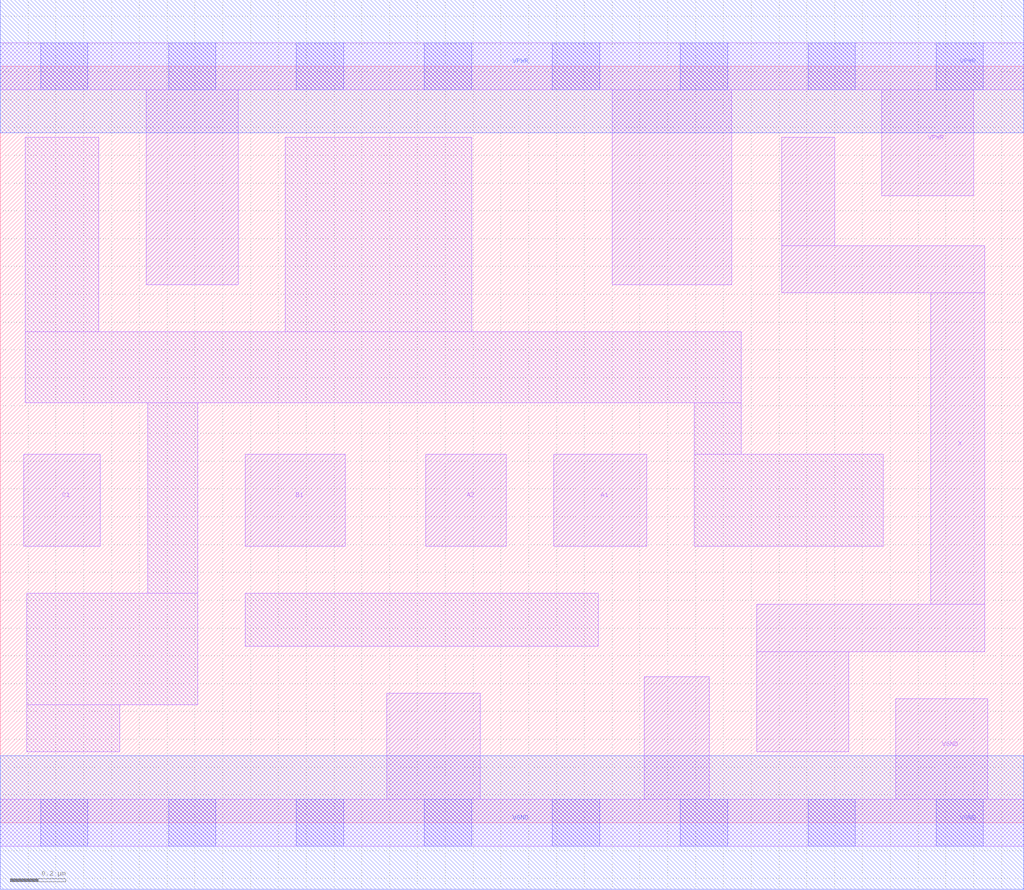
<source format=lef>
# Copyright 2020 The SkyWater PDK Authors
#
# Licensed under the Apache License, Version 2.0 (the "License");
# you may not use this file except in compliance with the License.
# You may obtain a copy of the License at
#
#     https://www.apache.org/licenses/LICENSE-2.0
#
# Unless required by applicable law or agreed to in writing, software
# distributed under the License is distributed on an "AS IS" BASIS,
# WITHOUT WARRANTIES OR CONDITIONS OF ANY KIND, either express or implied.
# See the License for the specific language governing permissions and
# limitations under the License.
#
# SPDX-License-Identifier: Apache-2.0

VERSION 5.7 ;
  NAMESCASESENSITIVE ON ;
  NOWIREEXTENSIONATPIN ON ;
  DIVIDERCHAR "/" ;
  BUSBITCHARS "[]" ;
UNITS
  DATABASE MICRONS 200 ;
END UNITS
MACRO sky130_fd_sc_hd__o211a_2
  CLASS CORE ;
  SOURCE USER ;
  FOREIGN sky130_fd_sc_hd__o211a_2 ;
  ORIGIN  0.000000  0.000000 ;
  SIZE  3.680000 BY  2.720000 ;
  SYMMETRY X Y R90 ;
  SITE unithd ;
  PIN A1
    ANTENNAGATEAREA  0.247500 ;
    DIRECTION INPUT ;
    USE SIGNAL ;
    PORT
      LAYER li1 ;
        RECT 1.990000 0.995000 2.325000 1.325000 ;
    END
  END A1
  PIN A2
    ANTENNAGATEAREA  0.247500 ;
    DIRECTION INPUT ;
    USE SIGNAL ;
    PORT
      LAYER li1 ;
        RECT 1.530000 0.995000 1.820000 1.325000 ;
    END
  END A2
  PIN B1
    ANTENNAGATEAREA  0.247500 ;
    DIRECTION INPUT ;
    USE SIGNAL ;
    PORT
      LAYER li1 ;
        RECT 0.880000 0.995000 1.240000 1.325000 ;
    END
  END B1
  PIN C1
    ANTENNAGATEAREA  0.247500 ;
    DIRECTION INPUT ;
    USE SIGNAL ;
    PORT
      LAYER li1 ;
        RECT 0.085000 0.995000 0.360000 1.325000 ;
    END
  END C1
  PIN X
    ANTENNADIFFAREA  0.462000 ;
    DIRECTION OUTPUT ;
    USE SIGNAL ;
    PORT
      LAYER li1 ;
        RECT 2.720000 0.255000 3.050000 0.615000 ;
        RECT 2.720000 0.615000 3.540000 0.785000 ;
        RECT 2.810000 1.905000 3.540000 2.075000 ;
        RECT 2.810000 2.075000 3.000000 2.465000 ;
        RECT 3.345000 0.785000 3.540000 1.905000 ;
    END
  END X
  PIN VGND
    DIRECTION INOUT ;
    SHAPE ABUTMENT ;
    USE GROUND ;
    PORT
      LAYER li1 ;
        RECT 0.000000 -0.085000 3.680000 0.085000 ;
        RECT 1.390000  0.085000 1.725000 0.465000 ;
        RECT 2.315000  0.085000 2.550000 0.525000 ;
        RECT 3.220000  0.085000 3.550000 0.445000 ;
      LAYER mcon ;
        RECT 0.145000 -0.085000 0.315000 0.085000 ;
        RECT 0.605000 -0.085000 0.775000 0.085000 ;
        RECT 1.065000 -0.085000 1.235000 0.085000 ;
        RECT 1.525000 -0.085000 1.695000 0.085000 ;
        RECT 1.985000 -0.085000 2.155000 0.085000 ;
        RECT 2.445000 -0.085000 2.615000 0.085000 ;
        RECT 2.905000 -0.085000 3.075000 0.085000 ;
        RECT 3.365000 -0.085000 3.535000 0.085000 ;
      LAYER met1 ;
        RECT 0.000000 -0.240000 3.680000 0.240000 ;
    END
  END VGND
  PIN VPWR
    DIRECTION INOUT ;
    SHAPE ABUTMENT ;
    USE POWER ;
    PORT
      LAYER li1 ;
        RECT 0.000000 2.635000 3.680000 2.805000 ;
        RECT 0.525000 1.935000 0.855000 2.635000 ;
        RECT 2.200000 1.935000 2.630000 2.635000 ;
        RECT 3.170000 2.255000 3.500000 2.635000 ;
      LAYER mcon ;
        RECT 0.145000 2.635000 0.315000 2.805000 ;
        RECT 0.605000 2.635000 0.775000 2.805000 ;
        RECT 1.065000 2.635000 1.235000 2.805000 ;
        RECT 1.525000 2.635000 1.695000 2.805000 ;
        RECT 1.985000 2.635000 2.155000 2.805000 ;
        RECT 2.445000 2.635000 2.615000 2.805000 ;
        RECT 2.905000 2.635000 3.075000 2.805000 ;
        RECT 3.365000 2.635000 3.535000 2.805000 ;
      LAYER met1 ;
        RECT 0.000000 2.480000 3.680000 2.960000 ;
    END
  END VPWR
  OBS
    LAYER li1 ;
      RECT 0.090000 1.510000 2.665000 1.765000 ;
      RECT 0.090000 1.765000 0.355000 2.465000 ;
      RECT 0.095000 0.255000 0.430000 0.425000 ;
      RECT 0.095000 0.425000 0.710000 0.825000 ;
      RECT 0.530000 0.825000 0.710000 1.510000 ;
      RECT 0.880000 0.635000 2.150000 0.825000 ;
      RECT 1.025000 1.765000 1.695000 2.465000 ;
      RECT 2.495000 0.995000 3.175000 1.325000 ;
      RECT 2.495000 1.325000 2.665000 1.510000 ;
  END
END sky130_fd_sc_hd__o211a_2

</source>
